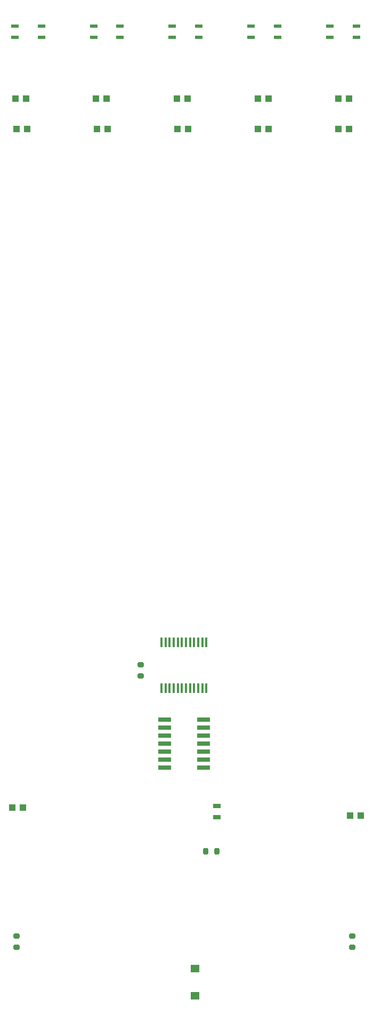
<source format=gbr>
%TF.GenerationSoftware,KiCad,Pcbnew,7.0.7*%
%TF.CreationDate,2024-02-03T16:55:10+08:00*%
%TF.ProjectId,lekirbot,6c656b69-7262-46f7-942e-6b696361645f,rev?*%
%TF.SameCoordinates,Original*%
%TF.FileFunction,Paste,Bot*%
%TF.FilePolarity,Positive*%
%FSLAX46Y46*%
G04 Gerber Fmt 4.6, Leading zero omitted, Abs format (unit mm)*
G04 Created by KiCad (PCBNEW 7.0.7) date 2024-02-03 16:55:10*
%MOMM*%
%LPD*%
G01*
G04 APERTURE LIST*
G04 Aperture macros list*
%AMRoundRect*
0 Rectangle with rounded corners*
0 $1 Rounding radius*
0 $2 $3 $4 $5 $6 $7 $8 $9 X,Y pos of 4 corners*
0 Add a 4 corners polygon primitive as box body*
4,1,4,$2,$3,$4,$5,$6,$7,$8,$9,$2,$3,0*
0 Add four circle primitives for the rounded corners*
1,1,$1+$1,$2,$3*
1,1,$1+$1,$4,$5*
1,1,$1+$1,$6,$7*
1,1,$1+$1,$8,$9*
0 Add four rect primitives between the rounded corners*
20,1,$1+$1,$2,$3,$4,$5,0*
20,1,$1+$1,$4,$5,$6,$7,0*
20,1,$1+$1,$6,$7,$8,$9,0*
20,1,$1+$1,$8,$9,$2,$3,0*%
G04 Aperture macros list end*
%ADD10RoundRect,0.359360X0.190640X0.089840X-0.190640X0.089840X-0.190640X-0.089840X0.190640X-0.089840X0*%
%ADD11R,1.219200X0.533400*%
%ADD12R,1.470000X1.270000*%
%ADD13R,1.100000X1.000000*%
%ADD14R,1.200000X0.800000*%
%ADD15RoundRect,0.359360X-0.190640X-0.089840X0.190640X-0.089840X0.190640X0.089840X-0.190640X0.089840X0*%
%ADD16R,0.400000X1.500000*%
%ADD17RoundRect,0.359360X-0.089840X0.190640X-0.089840X-0.190640X0.089840X-0.190640X0.089840X0.190640X0*%
%ADD18R,2.032000X0.660400*%
G04 APERTURE END LIST*
D10*
%TO.C,C3*%
X77572000Y-125679000D03*
X77572000Y-127457000D03*
%TD*%
D11*
%TO.C,U2*%
X61773200Y-26034800D03*
X57556800Y-26034800D03*
X57556800Y-24256800D03*
X61773200Y-24256800D03*
%TD*%
%TO.C,U6*%
X86804900Y-26034800D03*
X82588500Y-26034800D03*
X82588500Y-24256800D03*
X86804900Y-24256800D03*
%TD*%
%TO.C,U8*%
X111836600Y-26034800D03*
X107620200Y-26034800D03*
X107620200Y-24256800D03*
X111836600Y-24256800D03*
%TD*%
D12*
%TO.C,D7*%
X86208000Y-173956200D03*
X86208000Y-178256200D03*
%TD*%
D13*
%TO.C,R17*%
X58864000Y-148412000D03*
X57164000Y-148412000D03*
%TD*%
%TO.C,R12*%
X72171600Y-35762800D03*
X70471600Y-35762800D03*
%TD*%
D14*
%TO.C,C2*%
X89637000Y-148147000D03*
X89637000Y-149947000D03*
%TD*%
D15*
%TO.C,C6*%
X57835800Y-170543100D03*
X57835800Y-168765100D03*
%TD*%
D16*
%TO.C,U3*%
X80855000Y-122181000D03*
X81505000Y-122181000D03*
X82155000Y-122181000D03*
X82805000Y-122181000D03*
X83455000Y-122181000D03*
X84105000Y-122181000D03*
X84755000Y-122181000D03*
X85405000Y-122181000D03*
X86055000Y-122181000D03*
X86705000Y-122181000D03*
X87355000Y-122181000D03*
X88005000Y-122181000D03*
X88005000Y-129431000D03*
X87355000Y-129431000D03*
X86705000Y-129431000D03*
X86055000Y-129431000D03*
X85405000Y-129431000D03*
X84755000Y-129431000D03*
X84105000Y-129431000D03*
X83455000Y-129431000D03*
X82805000Y-129431000D03*
X82155000Y-129431000D03*
X81505000Y-129431000D03*
X80855000Y-129431000D03*
%TD*%
D13*
%TO.C,R16*%
X112546000Y-149682000D03*
X110846000Y-149682000D03*
%TD*%
%TO.C,R13*%
X70614700Y-40614200D03*
X72314700Y-40614200D03*
%TD*%
D17*
%TO.C,C1*%
X87909800Y-155371600D03*
X89687800Y-155371600D03*
%TD*%
D11*
%TO.C,U7*%
X99320800Y-26034800D03*
X95104400Y-26034800D03*
X95104400Y-24256800D03*
X99320800Y-24256800D03*
%TD*%
D13*
%TO.C,R11*%
X83409600Y-40614200D03*
X85109600Y-40614200D03*
%TD*%
D18*
%TO.C,IC3*%
X81356600Y-142062000D03*
X81356600Y-140792000D03*
X81356600Y-139522000D03*
X81356600Y-138252000D03*
X81356600Y-136982000D03*
X81356600Y-135712000D03*
X81356600Y-134442000D03*
X87503400Y-134442000D03*
X87503400Y-135712000D03*
X87503400Y-136982000D03*
X87503400Y-138252000D03*
X87503400Y-139522000D03*
X87503400Y-140792000D03*
X87503400Y-142062000D03*
%TD*%
D13*
%TO.C,R15*%
X57819800Y-40614200D03*
X59519800Y-40614200D03*
%TD*%
%TO.C,R10*%
X85008000Y-35762800D03*
X83308000Y-35762800D03*
%TD*%
D15*
%TO.C,C7*%
X111175800Y-170568500D03*
X111175800Y-168790500D03*
%TD*%
D11*
%TO.C,U5*%
X74289100Y-26034800D03*
X70072700Y-26034800D03*
X70072700Y-24256800D03*
X74289100Y-24256800D03*
%TD*%
D13*
%TO.C,R7*%
X108999400Y-40614200D03*
X110699400Y-40614200D03*
%TD*%
%TO.C,R14*%
X59335200Y-35762800D03*
X57635200Y-35762800D03*
%TD*%
%TO.C,R9*%
X96204500Y-40614200D03*
X97904500Y-40614200D03*
%TD*%
%TO.C,R8*%
X97844400Y-35762800D03*
X96144400Y-35762800D03*
%TD*%
%TO.C,R6*%
X110680800Y-35762800D03*
X108980800Y-35762800D03*
%TD*%
M02*

</source>
